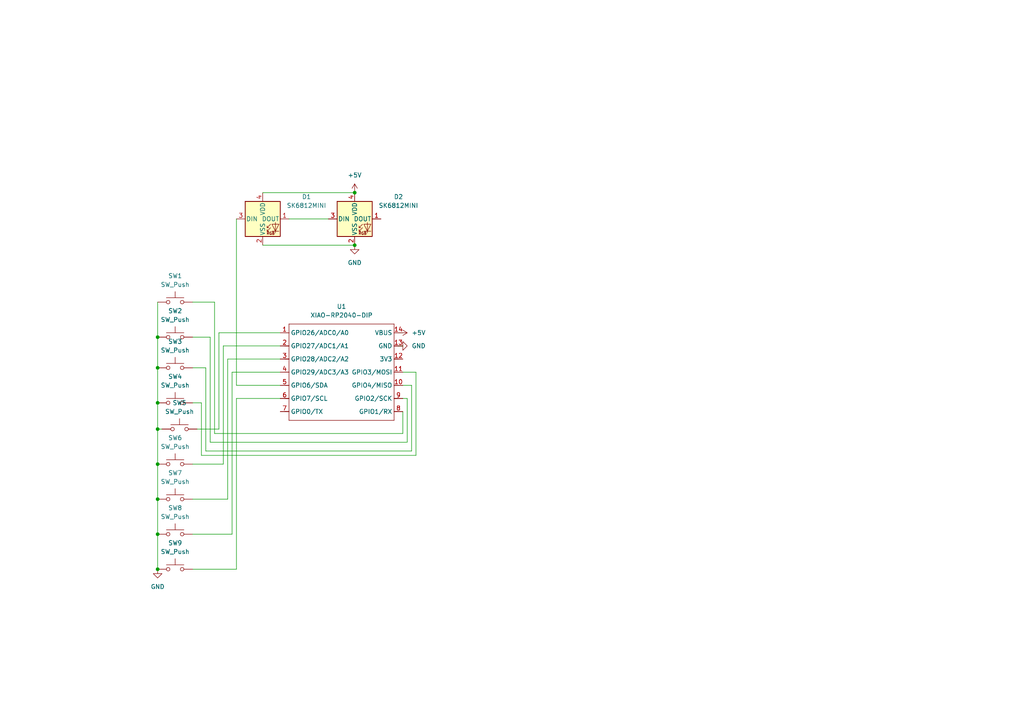
<source format=kicad_sch>
(kicad_sch (version 20250114) (generator "eeschema") (generator_version "9.0")
  (paper "A4")
  (lib_symbols
    (symbol "LED:SK6812MINI" (pin_names (offset 0.254))
      (property "Reference" "D" (at 5.08 5.715 0))
      (property "Value" "SK6812MINI" (at 1.27 -5.715 0))
      (symbol "SK6812MINI_0_0"
        (text "RGB" (at 2.286 -4.191 0) (effects (font (size 0.762 0.762))))
      )
      (symbol "SK6812MINI_0_1"
        (polyline (pts (xy 1.27 -2.54) (xy 1.778 -2.54)))
        (polyline (pts (xy 1.27 -3.556) (xy 1.778 -3.556)))
        (polyline (pts (xy 2.286 -1.524) (xy 1.27 -2.54) (xy 1.27 -2.032)))
        (polyline (pts (xy 2.286 -2.54) (xy 1.27 -3.556) (xy 1.27 -3.048)))
        (polyline (pts (xy 3.683 -1.016) (xy 3.683 -3.556) (xy 3.683 -4.064)))
        (polyline (pts (xy 4.699 -1.524) (xy 2.667 -1.524) (xy 3.683 -3.556) (xy 4.699 -1.524)))
        (polyline (pts (xy 4.699 -3.556) (xy 2.667 -3.556)))
        (rectangle (start 5.08 5.08) (end -5.08 -5.08) (stroke (width 0.254)) (fill (type background)))
      )
      (symbol "SK6812MINI_1_1"
        (pin input line (at -7.62 0 0) (length 2.54) (name "DIN") (number "3"))
        (pin power_in line (at 0 7.62 270) (length 2.54) (name "VDD") (number "4"))
        (pin power_in line (at 0 -7.62 90) (length 2.54) (name "VSS") (number "2"))
        (pin output line (at 7.62 0 180) (length 2.54) (name "DOUT") (number "1"))
      )
    )
    (symbol "OPL:XIAO-RP2040-DIP"
      (property "Reference" "U" (at 0 0 0))
      (property "Value" "XIAO-RP2040-DIP" (at 5.334 -1.778 0))
      (symbol "XIAO-RP2040-DIP_1_0"
        (polyline (pts (xy -1.27 -2.54) (xy 29.21 -2.54)) (stroke (width 0.1524)))
        (polyline (pts (xy -1.27 -5.08) (xy -2.54 -5.08)) (stroke (width 0.1524)))
        (polyline (pts (xy -1.27 -5.08) (xy -1.27 -2.54)) (stroke (width 0.1524)))
        (polyline (pts (xy -1.27 -8.89) (xy -2.54 -8.89)) (stroke (width 0.1524)))
        (polyline (pts (xy -1.27 -8.89) (xy -1.27 -5.08)) (stroke (width 0.1524)))
        (polyline (pts (xy -1.27 -12.7) (xy -2.54 -12.7)) (stroke (width 0.1524)))
        (polyline (pts (xy -1.27 -12.7) (xy -1.27 -8.89)) (stroke (width 0.1524)))
        (polyline (pts (xy -1.27 -16.51) (xy -2.54 -16.51)) (stroke (width 0.1524)))
        (polyline (pts (xy -1.27 -16.51) (xy -1.27 -12.7)) (stroke (width 0.1524)))
        (polyline (pts (xy -1.27 -20.32) (xy -2.54 -20.32)) (stroke (width 0.1524)))
        (polyline (pts (xy -1.27 -24.13) (xy -2.54 -24.13)) (stroke (width 0.1524)))
        (polyline (pts (xy -1.27 -27.94) (xy -2.54 -27.94)) (stroke (width 0.1524)))
        (polyline (pts (xy -1.27 -30.48) (xy -1.27 -16.51)) (stroke (width 0.1524)))
        (polyline (pts (xy 29.21 -2.54) (xy 29.21 -5.08)) (stroke (width 0.1524)))
        (polyline (pts (xy 29.21 -5.08) (xy 29.21 -8.89)) (stroke (width 0.1524)))
        (polyline (pts (xy 29.21 -8.89) (xy 29.21 -12.7)) (stroke (width 0.1524)))
        (polyline (pts (xy 29.21 -12.7) (xy 29.21 -30.48)) (stroke (width 0.1524)))
        (polyline (pts (xy 29.21 -30.48) (xy -1.27 -30.48)) (stroke (width 0.1524)))
        (polyline (pts (xy 30.48 -5.08) (xy 29.21 -5.08)) (stroke (width 0.1524)))
        (polyline (pts (xy 30.48 -8.89) (xy 29.21 -8.89)) (stroke (width 0.1524)))
        (polyline (pts (xy 30.48 -12.7) (xy 29.21 -12.7)) (stroke (width 0.1524)))
        (polyline (pts (xy 30.48 -16.51) (xy 29.21 -16.51)) (stroke (width 0.1524)))
        (polyline (pts (xy 30.48 -20.32) (xy 29.21 -20.32)) (stroke (width 0.1524)))
        (polyline (pts (xy 30.48 -24.13) (xy 29.21 -24.13)) (stroke (width 0.1524)))
        (polyline (pts (xy 30.48 -27.94) (xy 29.21 -27.94)) (stroke (width 0.1524)))
        (pin passive line (at -3.81 -5.08 0) (length 2.54) (name "GPIO26/ADC0/A0") (number "1"))
        (pin passive line (at -3.81 -8.89 0) (length 2.54) (name "GPIO27/ADC1/A1") (number "2"))
        (pin passive line (at -3.81 -12.7 0) (length 2.54) (name "GPIO28/ADC2/A2") (number "3"))
        (pin passive line (at -3.81 -16.51 0) (length 2.54) (name "GPIO29/ADC3/A3") (number "4"))
        (pin passive line (at -3.81 -20.32 0) (length 2.54) (name "GPIO6/SDA") (number "5"))
        (pin passive line (at -3.81 -24.13 0) (length 2.54) (name "GPIO7/SCL") (number "6"))
        (pin passive line (at -3.81 -27.94 0) (length 2.54) (name "GPIO0/TX") (number "7"))
        (pin passive line (at 31.75 -5.08 180) (length 2.54) (name "VBUS") (number "14"))
        (pin passive line (at 31.75 -8.89 180) (length 2.54) (name "GND") (number "13"))
        (pin passive line (at 31.75 -12.7 180) (length 2.54) (name "3V3") (number "12"))
        (pin passive line (at 31.75 -16.51 180) (length 2.54) (name "GPIO3/MOSI") (number "11"))
        (pin passive line (at 31.75 -20.32 180) (length 2.54) (name "GPIO4/MISO") (number "10"))
        (pin passive line (at 31.75 -24.13 180) (length 2.54) (name "GPIO2/SCK") (number "9"))
        (pin passive line (at 31.75 -27.94 180) (length 2.54) (name "GPIO1/RX") (number "8"))
      )
    )
    (symbol "Switch:SW_Push" (pin_numbers (hide yes)) (pin_names (offset 1.016) (hide yes))
      (property "Reference" "SW" (at 1.27 2.54 0))
      (property "Value" "SW_Push" (at 0 -1.524 0))
      (symbol "SW_Push_0_1"
        (circle (center -2.032 0) (radius 0.508))
        (polyline (pts (xy 0 1.27) (xy 0 3.048)))
        (circle (center 2.032 0) (radius 0.508))
        (polyline (pts (xy 2.54 1.27) (xy -2.54 1.27)))
        (pin passive line (at -5.08 0 0) (length 2.54) (name "1") (number "1"))
        (pin passive line (at 5.08 0 180) (length 2.54) (name "2") (number "2"))
      )
    )
    (symbol "power:+5V" (power) (pin_numbers (hide yes)) (pin_names (offset 0) (hide yes))
      (property "Value" "+5V" (at 0 3.556 0))
      (symbol "+5V_0_1"
        (polyline (pts (xy -0.762 1.27) (xy 0 2.54)))
        (polyline (pts (xy 0 2.54) (xy 0.762 1.27)))
        (polyline (pts (xy 0 0) (xy 0 2.54)))
      )
      (symbol "+5V_1_1"
        (pin power_in line (at 0 0 90) (length 0) (name "~") (number "1"))
      )
    )
    (symbol "power:GND" (power) (pin_numbers (hide yes)) (pin_names (offset 0) (hide yes))
      (property "Value" "GND" (at 0 -3.81 0))
      (symbol "GND_0_1"
        (polyline (pts (xy 0 0) (xy 0 -1.27) (xy 1.27 -1.27) (xy 0 -2.54) (xy -1.27 -1.27) (xy 0 -1.27)))
      )
      (symbol "GND_1_1"
        (pin power_in line (at 0 0 270) (length 0) (name "~") (number "1"))
      )
    )
  )
  (junction (at 45.72 97.79))
  (junction (at 45.72 116.84))
  (junction (at 45.72 124.46))
  (junction (at 102.87 71.12))
  (junction (at 45.72 165.1))
  (junction (at 45.72 154.94))
  (junction (at 45.72 134.62))
  (junction (at 45.72 144.78))
  (junction (at 102.87 55.88))
  (junction (at 45.72 106.68))
  (wire (pts (xy 62.23 87.63) (xy 62.23 125.73)))
  (wire (pts (xy 66.04 144.78) (xy 66.04 104.14)))
  (wire (pts (xy 55.88 116.84) (xy 58.42 116.84)))
  (wire (pts (xy 68.58 63.5) (xy 68.58 111.76)))
  (wire (pts (xy 55.88 144.78) (xy 66.04 144.78)))
  (wire (pts (xy 120.65 107.95) (xy 116.84 107.95)))
  (wire (pts (xy 45.72 87.63) (xy 45.72 97.79)))
  (wire (pts (xy 45.72 154.94) (xy 45.72 165.1)))
  (wire (pts (xy 118.11 128.27) (xy 118.11 115.57)))
  (wire (pts (xy 55.88 154.94) (xy 67.31 154.94)))
  (wire (pts (xy 68.58 115.57) (xy 81.28 115.57)))
  (wire (pts (xy 45.72 116.84) (xy 45.72 124.46)))
  (wire (pts (xy 59.69 130.81) (xy 119.38 130.81)))
  (wire (pts (xy 55.88 87.63) (xy 62.23 87.63)))
  (wire (pts (xy 60.96 97.79) (xy 60.96 128.27)))
  (wire (pts (xy 66.04 104.14) (xy 81.28 104.14)))
  (wire (pts (xy 45.72 124.46) (xy 45.72 134.62)))
  (wire (pts (xy 68.58 165.1) (xy 68.58 115.57)))
  (wire (pts (xy 64.77 100.33) (xy 81.28 100.33)))
  (wire (pts (xy 55.88 134.62) (xy 64.77 134.62)))
  (wire (pts (xy 55.88 106.68) (xy 59.69 106.68)))
  (wire (pts (xy 46.99 124.46) (xy 45.72 124.46)))
  (wire (pts (xy 116.84 125.73) (xy 116.84 119.38)))
  (wire (pts (xy 76.2 55.88) (xy 102.87 55.88)))
  (wire (pts (xy 76.2 71.12) (xy 102.87 71.12)))
  (wire (pts (xy 67.31 154.94) (xy 67.31 107.95)))
  (wire (pts (xy 83.82 63.5) (xy 95.25 63.5)))
  (wire (pts (xy 58.42 116.84) (xy 58.42 132.08)))
  (wire (pts (xy 119.38 111.76) (xy 116.84 111.76)))
  (wire (pts (xy 116.84 96.52) (xy 115.57 96.52)))
  (wire (pts (xy 119.38 130.81) (xy 119.38 111.76)))
  (wire (pts (xy 45.72 134.62) (xy 45.72 144.78)))
  (wire (pts (xy 64.77 134.62) (xy 64.77 100.33)))
  (wire (pts (xy 60.96 128.27) (xy 118.11 128.27)))
  (wire (pts (xy 55.88 97.79) (xy 60.96 97.79)))
  (wire (pts (xy 62.23 125.73) (xy 116.84 125.73)))
  (wire (pts (xy 67.31 107.95) (xy 81.28 107.95)))
  (wire (pts (xy 59.69 106.68) (xy 59.69 130.81)))
  (wire (pts (xy 63.5 124.46) (xy 63.5 96.52)))
  (wire (pts (xy 116.84 100.33) (xy 115.57 100.33)))
  (wire (pts (xy 63.5 96.52) (xy 81.28 96.52)))
  (wire (pts (xy 57.15 124.46) (xy 63.5 124.46)))
  (wire (pts (xy 45.72 97.79) (xy 45.72 106.68)))
  (wire (pts (xy 45.72 106.68) (xy 45.72 116.84)))
  (wire (pts (xy 120.65 107.95) (xy 120.65 132.08)))
  (wire (pts (xy 58.42 132.08) (xy 120.65 132.08)))
  (wire (pts (xy 55.88 165.1) (xy 68.58 165.1)))
  (wire (pts (xy 45.72 144.78) (xy 45.72 154.94)))
  (wire (pts (xy 118.11 115.57) (xy 116.84 115.57)))
  (wire (pts (xy 68.58 111.76) (xy 81.28 111.76)))
  (symbol (lib_id "Switch:SW_Push") (at 50.8 154.94 0) (unit 1)
    (property "Reference" "SW8" (at 50.8 147.32 0))
    (property "Value" "SW_Push" (at 50.8 149.86 0))
    (property "Footprint" "Button_Switch_Keyboard:SW_Cherry_MX_1.00u_PCB" (effects (hide yes)))
    (property "Description" "Push button switch, generic, two pins" (effects (hide yes)))
  )
  (symbol (lib_id "Switch:SW_Push") (at 50.8 87.63 0) (unit 1)
    (property "Reference" "SW1" (at 50.8 80.01 0))
    (property "Value" "SW_Push" (at 50.8 82.55 0))
    (property "Footprint" "Button_Switch_Keyboard:SW_Cherry_MX_1.00u_PCB" (effects (hide yes)))
    (property "Description" "Push button switch, generic, two pins" (effects (hide yes)))
  )
  (symbol (lib_id "power:GND") (at 102.87 71.12 0) (unit 1)
    (property "Reference" "#PWR02" (effects (hide yes)))
    (property "Value" "GND" (at 102.87 76.2 0))
    (property "Description" "Power symbol creates a global label with name \"GND\" , ground" (effects (hide yes)))
  )
  (symbol (lib_id "Switch:SW_Push") (at 50.8 106.68 0) (unit 1)
    (property "Reference" "SW3" (at 50.8 99.06 0))
    (property "Value" "SW_Push" (at 50.8 101.6 0))
    (property "Footprint" "Button_Switch_Keyboard:SW_Cherry_MX_1.00u_PCB" (effects (hide yes)))
    (property "Description" "Push button switch, generic, two pins" (effects (hide yes)))
  )
  (symbol (lib_id "Switch:SW_Push") (at 50.8 116.84 0) (unit 1)
    (property "Reference" "SW4" (at 50.8 109.22 0))
    (property "Value" "SW_Push" (at 50.8 111.76 0))
    (property "Footprint" "Button_Switch_Keyboard:SW_Cherry_MX_1.00u_PCB" (effects (hide yes)))
    (property "Description" "Push button switch, generic, two pins" (effects (hide yes)))
  )
  (symbol (lib_id "LED:SK6812MINI") (at 102.87 63.5 0) (unit 1)
    (property "Reference" "D2" (at 115.57 57.0798 0))
    (property "Value" "SK6812MINI" (at 115.57 59.6198 0))
    (property "Footprint" "LED_SMD:LED_SK6812MINI_PLCC4_3.5x3.5mm_P1.75mm" (effects (hide yes)))
    (property "Datasheet" "https://cdn-shop.adafruit.com/product-files/2686/SK6812MINI_REV.01-1-2.pdf" (effects (hide yes)))
    (property "Description" "RGB LED with integrated controller" (effects (hide yes)))
  )
  (symbol (lib_id "power:GND") (at 115.57 100.33 90) (unit 1)
    (property "Reference" "#PWR04" (effects (hide yes)))
    (property "Value" "GND" (at 119.38 100.3299 90) (effects (justify right)))
    (property "Description" "Power symbol creates a global label with name \"GND\" , ground" (effects (hide yes)))
  )
  (symbol (lib_id "Switch:SW_Push") (at 50.8 165.1 0) (unit 1)
    (property "Reference" "SW9" (at 50.8 157.48 0))
    (property "Value" "SW_Push" (at 50.8 160.02 0))
    (property "Footprint" "Button_Switch_Keyboard:SW_Cherry_MX_1.00u_PCB" (effects (hide yes)))
    (property "Description" "Push button switch, generic, two pins" (effects (hide yes)))
  )
  (symbol (lib_id "Switch:SW_Push") (at 50.8 97.79 0) (unit 1)
    (property "Reference" "SW2" (at 50.8 90.17 0))
    (property "Value" "SW_Push" (at 50.8 92.71 0))
    (property "Footprint" "Button_Switch_Keyboard:SW_Cherry_MX_1.00u_PCB" (effects (hide yes)))
    (property "Description" "Push button switch, generic, two pins" (effects (hide yes)))
  )
  (symbol (lib_id "power:+5V") (at 115.57 96.52 270) (unit 1)
    (property "Reference" "#PWR05" (effects (hide yes)))
    (property "Value" "+5V" (at 119.38 96.5199 90) (effects (justify left)))
    (property "Description" "Power symbol creates a global label with name \"+5V\"" (effects (hide yes)))
  )
  (symbol (lib_id "OPL:XIAO-RP2040-DIP") (at 85.09 91.44 0) (unit 1)
    (property "Reference" "U1" (at 99.06 88.9 0))
    (property "Value" "XIAO-RP2040-DIP" (at 99.06 91.44 0))
    (property "Footprint" "OPL:XIAO-RP2040-DIP" (effects (hide yes)))
  )
  (symbol (lib_id "Switch:SW_Push") (at 52.07 124.46 0) (unit 1)
    (property "Reference" "SW5" (at 52.07 116.84 0))
    (property "Value" "SW_Push" (at 52.07 119.38 0))
    (property "Footprint" "Button_Switch_Keyboard:SW_Cherry_MX_1.00u_PCB" (effects (hide yes)))
    (property "Description" "Push button switch, generic, two pins" (effects (hide yes)))
  )
  (symbol (lib_id "Switch:SW_Push") (at 50.8 134.62 0) (unit 1)
    (property "Reference" "SW6" (at 50.8 127 0))
    (property "Value" "SW_Push" (at 50.8 129.54 0))
    (property "Footprint" "Button_Switch_Keyboard:SW_Cherry_MX_1.00u_PCB" (effects (hide yes)))
    (property "Description" "Push button switch, generic, two pins" (effects (hide yes)))
  )
  (symbol (lib_id "power:GND") (at 45.72 165.1 0) (unit 1)
    (property "Reference" "#PWR01" (effects (hide yes)))
    (property "Value" "GND" (at 45.72 170.18 0))
    (property "Description" "Power symbol creates a global label with name \"GND\" , ground" (effects (hide yes)))
  )
  (symbol (lib_id "power:+5V") (at 102.87 55.88 0) (unit 1)
    (property "Reference" "#PWR03" (effects (hide yes)))
    (property "Value" "+5V" (at 102.87 50.8 0))
    (property "Description" "Power symbol creates a global label with name \"+5V\"" (effects (hide yes)))
  )
  (symbol (lib_id "LED:SK6812MINI") (at 76.2 63.5 0) (unit 1)
    (property "Reference" "D1" (at 88.9 57.0798 0))
    (property "Value" "SK6812MINI" (at 88.9 59.6198 0))
    (property "Footprint" "LED_SMD:LED_SK6812MINI_PLCC4_3.5x3.5mm_P1.75mm" (effects (hide yes)))
    (property "Datasheet" "https://cdn-shop.adafruit.com/product-files/2686/SK6812MINI_REV.01-1-2.pdf" (effects (hide yes)))
    (property "Description" "RGB LED with integrated controller" (effects (hide yes)))
  )
  (symbol (lib_id "Switch:SW_Push") (at 50.8 144.78 0) (unit 1)
    (property "Reference" "SW7" (at 50.8 137.16 0))
    (property "Value" "SW_Push" (at 50.8 139.7 0))
    (property "Footprint" "Button_Switch_Keyboard:SW_Cherry_MX_1.00u_PCB" (effects (hide yes)))
    (property "Description" "Push button switch, generic, two pins" (effects (hide yes)))
  )
)
</source>
